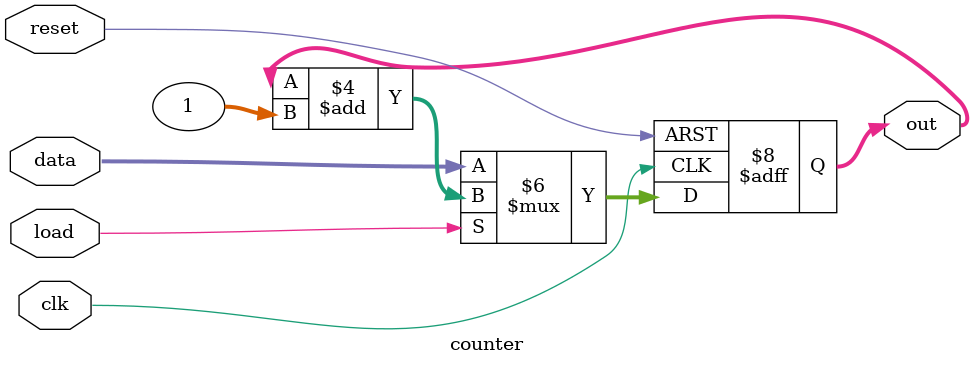
<source format=v>
module counter(out,data,load,reset,clk);
parameter n=939;
output[n-1:0] out;
input[n-1:0] data;
input load,clk,reset;
reg[n-1:0] out;
always @(posedge clk or negedge reset)           //clkÉÏÉýÑØ´¥·¢
      begin
        if(!reset)  	out=0;    //Í¬²½Çå0£¬µÍµçÆ½ÓÐÐ§
        else  if(!load) out=data;	  //Í¬²½Ô¤ÖÃ
        else	 	out=out+1;	  //¼ÆÊý
     end
endmodule

</source>
